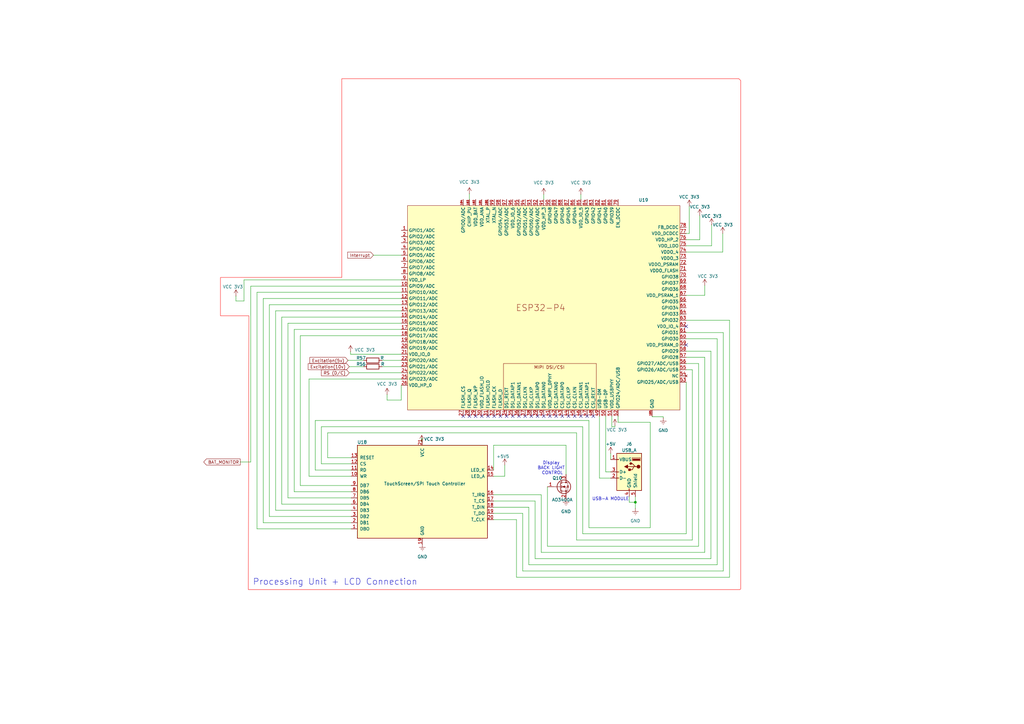
<source format=kicad_sch>
(kicad_sch (version 20250114) (generator "eeschema") (generator_version "9.0")
  (paper "A3")
  (title_block (date "2025-11-28"))
  (lib_symbols
    (symbol "Connector:USB_A" (pin_names (offset 1.016))
      (property "Reference" "J" (at -5.08 11.43 0))
      (property "Value" "USB_A" (at -5.08 8.89 0))
      (symbol "USB_A_0_1"
        (rectangle (start -5.08 -7.62) (end 5.08 7.62) (stroke (width 0.254)) (fill (type background)))
        (circle (center -3.81 2.159) (radius 0.635) (stroke (width 0.254)) (fill (type outline)))
        (polyline (pts (xy -3.175 2.159) (xy -2.54 2.159) (xy -1.27 3.429) (xy -0.635 3.429)) (stroke (width 0.254)))
        (polyline (pts (xy -2.54 2.159) (xy -1.905 2.159) (xy -1.27 0.889) (xy 0 0.889)) (stroke (width 0.254)))
        (rectangle (start -1.524 4.826) (end -4.318 5.334) (fill (type outline)))
        (rectangle (start -1.27 4.572) (end -4.572 5.842))
        (circle (center -0.635 3.429) (radius 0.381) (stroke (width 0.254)) (fill (type outline)))
        (rectangle (start -0.127 -7.62) (end 0.127 -6.858))
        (rectangle (start 0.254 1.27) (end -0.508 0.508) (stroke (width 0.254)) (fill (type outline)))
        (polyline (pts (xy 0.635 2.794) (xy 0.635 1.524) (xy 1.905 2.159) (xy 0.635 2.794)) (stroke (width 0.254)) (fill (type outline)))
        (rectangle (start 5.08 4.953) (end 4.318 5.207))
        (rectangle (start 5.08 -0.127) (end 4.318 0.127))
        (rectangle (start 5.08 -2.667) (end 4.318 -2.413))
      )
      (symbol "USB_A_1_1"
        (polyline (pts (xy -1.905 2.159) (xy 0.635 2.159)) (stroke (width 0.254)))
        (pin passive line (at -2.54 -10.16 90) (length 2.54) (name "Shield") (number "5"))
        (pin power_in line (at 0 -10.16 90) (length 2.54) (name "GND") (number "4"))
        (pin power_in line (at 7.62 5.08 180) (length 2.54) (name "VBUS") (number "1"))
        (pin bidirectional line (at 7.62 0 180) (length 2.54) (name "D+") (number "3"))
        (pin bidirectional line (at 7.62 -2.54 180) (length 2.54) (name "D-") (number "2"))
      )
    )
    (symbol "Device:R" (pin_numbers (hide yes)) (pin_names (offset 0))
      (property "Reference" "R" (at 2.032 0 90))
      (property "Value" "R" (at 0 0 90))
      (symbol "R_0_1"
        (rectangle (start -1.016 -2.54) (end 1.016 2.54) (stroke (width 0.254)))
      )
      (symbol "R_1_1"
        (pin passive line (at 0 3.81 270) (length 1.27) (name "~") (number "1"))
        (pin passive line (at 0 -3.81 90) (length 1.27) (name "~") (number "2"))
      )
    )
    (symbol "Display_Graphic:EA_eDIPTFT32-ATP" (pin_names (offset 1.016))
      (property "Reference" "U5" (at 12.3033 34.798 0))
      (property "Value" "TouchScreen/SPI Touch Controller" (at 12.3033 32.258 0))
      (symbol "EA_eDIPTFT32-ATP_0_1"
        (rectangle (start -15.24 29.21) (end 38.1 -8.89) (stroke (width 0.254)) (fill (type background)))
      )
      (symbol "EA_eDIPTFT32-ATP_1_1"
        (pin input line (at -17.78 25.4 0) (length 2.54) (name "DBO") (number "1"))
        (pin input line (at -17.78 22.86 0) (length 2.54) (name "DB1") (number "2"))
        (pin input line (at -17.78 20.32 0) (length 2.54) (name "DB2") (number "3"))
        (pin input line (at -17.78 17.78 0) (length 2.54) (name "DB3") (number "4"))
        (pin input line (at -17.78 15.24 0) (length 2.54) (name "DB4") (number "6"))
        (pin input line (at -17.78 12.7 0) (length 2.54) (name "DB5") (number "7"))
        (pin input line (at -17.78 10.16 0) (length 2.54) (name "DB6") (number "8"))
        (pin power_in line (at -17.78 7.62 0) (length 2.54) (name "DB7") (number "9"))
        (pin input line (at -17.78 3.81 0) (length 2.54) (name "WR") (number "10"))
        (pin input line (at -17.78 1.27 0) (length 2.54) (name "RD") (number "11"))
        (pin input line (at -17.78 -1.27 0) (length 2.54) (name "CS") (number "12"))
        (pin input line (at -17.78 -3.81 0) (length 2.54) (name "RESET") (number "13"))
        (pin no_connect line (at -12.7 -8.89 0) (length 2.54) (hide yes) (name "NC") (number "4"))
        (pin power_in line (at 11.43 31.75 270) (length 2.54) (name "GND") (number "19"))
        (pin power_in line (at 11.43 -11.43 90) (length 2.54) (name "VCC") (number "21"))
        (pin input line (at 40.64 21.59 180) (length 2.54) (name "T_CLK") (number "20"))
        (pin input line (at 40.64 19.05 180) (length 2.54) (name "T_DO") (number "19"))
        (pin input line (at 40.64 16.51 180) (length 2.54) (name "T_DIN") (number "18"))
        (pin input line (at 40.64 13.97 180) (length 2.54) (name "T_CS") (number "17"))
        (pin input line (at 40.64 11.43 180) (length 2.54) (name "T_IRQ") (number "16"))
        (pin input line (at 40.64 3.81 180) (length 2.54) (name "LED_A") (number "15"))
        (pin output line (at 40.64 1.27 180) (length 2.54) (name "LED_K") (number "14"))
        (pin no_connect line (at 40.64 -8.89 180) (length 2.54) (hide yes) (name "NC") (number "3"))
      )
    )
    (symbol "Espressif:ESP32-P4"
      (property "Reference" "U" (at -54.61 43.688 0))
      (symbol "ESP32-P4_1_0"
        (polyline (pts (xy -4.5252 14.5008) (xy -4.7395 14.2776) (xy -4.9415 14.045) (xy -5.131 13.8036) (xy -5.3078 13.5539) (xy -5.4717 13.2963) (xy -5.6225 13.0315) (xy -5.7599 12.7599) (xy -5.8838 12.482) (xy -5.9939 12.1985) (xy -6.0901 11.9096) (xy -6.172 11.6161) (xy -6.2395 11.3184) (xy -6.2924 11.017) (xy -6.3305 10.7125) (xy -6.3535 10.4053) (xy -6.3612 10.096) (xy -6.3535 9.7867) (xy -6.3305 9.4795) (xy -6.2924 9.175) (xy -6.2395 8.8736) (xy -6.172 8.5759) (xy -6.0901 8.2824) (xy -5.9939 7.9936) (xy -5.8838 7.71) (xy -5.7599 7.4321) (xy -5.6225 7.1605) (xy -5.4717 6.8957) (xy -5.3078 6.6381) (xy -5.131 6.3884) (xy -4.9415 6.147) (xy -4.7395 5.9144) (xy -4.5252 5.6912) (xy -4.302 5.477) (xy -4.0694 5.275) (xy -3.828 5.0855) (xy -3.5783 4.9087) (xy -3.3208 4.7448) (xy -3.0559 4.594) (xy -2.7843 4.4565) (xy -2.5065 4.3326) (xy -2.2229 4.2225) (xy -1.9341 4.1264) (xy -1.6406 4.0444) (xy -1.3428 3.9769) (xy -1.0415 3.924) (xy -0.7369 3.886) (xy -0.4297 3.863) (xy -0.1204 3.8553) (xy 0.1889 3.863) (xy 0.496 3.886) (xy 0.8006 3.924) (xy 1.102 3.9769) (xy 1.3997 4.0444) (xy 1.6932 4.1264) (xy 1.982 4.2225) (xy 2.2656 4.3326) (xy 2.5435 4.4565) (xy 2.8151 4.594) (xy 3.0799 4.7448) (xy 3.3374 4.9087) (xy 3.5871 5.0855) (xy 3.8286 5.275) (xy 4.0611 5.477) (xy 4.2843 5.6912) (xy 4.6426 5.333) (xy 4.398 5.1039) (xy 4.1433 4.8884) (xy 3.8791 4.6866) (xy 3.6061 4.4988) (xy 3.3247 4.3252) (xy 3.0356 4.166) (xy 2.7394 4.0215) (xy 2.4365 3.8919) (xy 2.1276 3.7774) (xy 1.8132 3.6783) (xy 1.4939 3.5947) (xy 1.1704 3.5269) (xy 0.8431 3.4752) (xy 0.5126 3.4397) (xy 0.1795 3.4206) (xy -0.1557 3.4183) (xy -0.5004 3.427) (xy -0.8406 3.4528) (xy -1.1759 3.4953) (xy -1.5058 3.554) (xy -1.83 3.6286) (xy -2.148 3.7187) (xy -2.4594 3.8237) (xy -2.7638 3.9434) (xy -3.0608 4.0772) (xy -3.3499 4.2248) (xy -3.6308 4.3857) (xy -3.9029 4.5595) (xy -4.166 4.7459) (xy -4.4195 4.9443) (xy -4.663 5.1545) (xy -4.8962 5.3758) (xy -5.1186 5.6081) (xy -5.3298 5.8507) (xy -5.5294 6.1033) (xy -5.7169 6.3655) (xy -5.8919 6.6369) (xy -6.0541 6.9171) (xy -6.2029 7.2055) (xy -6.338 7.5019) (xy -6.459 7.8058) (xy -6.5654 8.1168) (xy -6.6568 8.4344) (xy -6.7328 8.7582) (xy -6.793 9.0879) (xy -6.837 9.423) (xy -6.8642 9.7631) (xy -6.8744 10.1077) (xy -6.8671 10.4411) (xy -6.8433 10.7723) (xy -6.8032 11.1006) (xy -6.7471 11.4256) (xy -6.6752 11.7466) (xy -6.5877 12.0632) (xy -6.4848 12.3747) (xy -6.3669 12.6806) (xy -6.234 12.9804) (xy -6.0865 13.2734) (xy -5.9246 13.5592) (xy -5.7485 13.8371) (xy -5.5585 14.1066) (xy -5.3547 14.3671) (xy -5.1374 14.6181) (xy -4.9069 14.8591) (xy -4.5252 14.5008)) (stroke (width -0.0001)) (fill (type color) (color 231 53 44 1)))
        (polyline (pts (xy -3.6305 7.4286) (xy -3.5877 7.4254) (xy -3.5453 7.4201) (xy -3.5033 7.4128) (xy -3.4618 7.4034) (xy -3.4208 7.3921) (xy -3.3806 7.3787) (xy -3.341 7.3635) (xy -3.3022 7.3463) (xy -3.2643 7.3272) (xy -3.2274 7.3063) (xy -3.1914 7.2836) (xy -3.1565 7.2591) (xy -3.1228 7.2328) (xy -3.0902 7.2048) (xy -3.059 7.1751) (xy -3.0293 7.1438) (xy -3.0013 7.1113) (xy -2.975 7.0776) (xy -2.9505 7.0427) (xy -2.9277 7.0067) (xy -2.9068 6.9697) (xy -2.8878 6.9318) (xy -2.8706 6.8931) (xy -2.8553 6.8535) (xy -2.842 6.8132) (xy -2.8306 6.7723) (xy -2.8213 6.7308) (xy -2.8139 6.6888) (xy -2.8087 6.6463) (xy -2.8055 6.6035) (xy -2.8044 6.5604) (xy -2.8069 6.495) (xy -2.8142 6.4305) (xy -2.8261 6.3673) (xy -2.8426 6.3056) (xy -2.8635 6.2455) (xy -2.8886 6.1873) (xy -2.9178 6.1313) (xy -2.9509 6.0775) (xy -2.9879 6.0263) (xy -3.0285 5.9779) (xy -3.0726 5.9324) (xy -3.1201 5.8902) (xy -3.1709 5.8513) (xy -3.2247 5.8161) (xy -3.2814 5.7847) (xy -3.341 5.7574) (xy -3.4024 5.7346) (xy -3.4648 5.7167) (xy -3.5277 5.7035) (xy -3.5911 5.6951) (xy -3.6546 5.6914) (xy -3.7179 5.6923) (xy -3.7809 5.6979) (xy -3.8432 5.7079) (xy -3.9046 5.7225) (xy -3.9649 5.7415) (xy -4.0238 5.7649) (xy -4.081 5.7926) (xy -4.1364 5.8246) (xy -4.1895 5.8608) (xy -4.2402 5.9012) (xy -4.2883 5.9458) (xy -4.3328 5.9938) (xy -4.3732 6.0446) (xy -4.4095 6.0977) (xy -4.4415 6.153) (xy -4.4692 6.2102) (xy -4.4926 6.2691) (xy -4.5116 6.3294) (xy -4.5261 6.3909) (xy -4.5362 6.4532) (xy -4.5417 6.5162) (xy -4.5427 6.5795) (xy -4.539 6.643) (xy -4.5305 6.7063) (xy -4.5174 6.7693) (xy -4.4995 6.8316) (xy -4.4767 6.8931) (xy -4.4635 6.9232) (xy -4.4493 6.9526) (xy -4.4341 6.9814) (xy -4.418 7.0094) (xy -4.4008 7.0367) (xy -4.3827 7.0632) (xy -4.3637 7.089) (xy -4.3439 7.1139) (xy -4.3232 7.1381) (xy -4.3016 7.1614) (xy -4.2793 7.1839) (xy -4.2562 7.2056) (xy -4.2323 7.2263) (xy -4.2077 7.2462) (xy -4.1825 7.2651) (xy -4.1565 7.2832) (xy -4.13 7.3002) (xy -4.1028 7.3163) (xy -4.0751 7.3314) (xy -4.0467 7.3455) (xy -4.0179 7.3586) (xy -3.9886 7.3706) (xy -3.9588 7.3816) (xy -3.9285 7.3915) (xy -3.8978 7.4003) (xy -3.8668 7.408) (xy -3.8353 7.4145) (xy -3.8036 7.4199) (xy -3.7715 7.4241) (xy -3.7391 7.4272) (xy -3.7065 7.429) (xy -3.6736 7.4296) (xy -3.6305 7.4286)) (stroke (width -0.0001)) (fill (type color) (color 231 53 44 1)))
        (polyline (pts (xy -3.618 12.6264) (xy -3.5535 12.6242) (xy -3.4891 12.6206) (xy -3.4247 12.6154) (xy -3.3605 12.6088) (xy -3.2964 12.6008) (xy -3.2324 12.5913) (xy -3.1686 12.5803) (xy -2.8758 12.5285) (xy -2.5881 12.464) (xy -2.3057 12.3871) (xy -2.0291 12.2981) (xy -1.7583 12.1973) (xy -1.4937 12.0851) (xy -1.2356 11.9618) (xy -0.9842 11.8278) (xy -0.7399 11.6832) (xy -0.5028 11.5285) (xy -0.2734 11.3639) (xy -0.0517 11.1898) (xy 0.1618 11.0066) (xy 0.3669 10.8144) (xy 0.5634 10.6137) (xy 0.7509 10.4048) (xy 0.9292 10.1879) (xy 1.098 9.9635) (xy 1.257 9.7317) (xy 1.4061 9.493) (xy 1.5447 9.2477) (xy 1.6728 8.996) (xy 1.7901 8.7384) (xy 1.8962 8.475) (xy 1.9909 8.2063) (xy 2.0739 7.9326) (xy 2.1449 7.6541) (xy 2.2037 7.3713) (xy 2.25 7.0843) (xy 2.2835 6.7936) (xy 2.3039 6.4995) (xy 2.311 6.2022) (xy 2.3098 6.0507) (xy 2.305 5.8994) (xy 2.2965 5.7483) (xy 2.2844 5.5975) (xy 2.2686 5.447) (xy 2.2492 5.2969) (xy 2.2261 5.1473) (xy 2.1994 4.9982) (xy 2.0925 4.9484) (xy 1.9845 4.9008) (xy 1.8757 4.8555) (xy 1.7659 4.8125) (xy 1.6553 4.7718) (xy 1.5438 4.7333) (xy 1.4315 4.6972) (xy 1.3185 4.6634) (xy 0.2965 4.9512) (xy 0.3243 5.0485) (xy 0.3496 5.1464) (xy 0.3725 5.2448) (xy 0.3928 5.3438) (xy 0.4107 5.4433) (xy 0.4261 5.5432) (xy 0.4389 5.6435) (xy 0.4492 5.7441) (xy 0.4666 5.9799) (xy 0.4719 6.2138) (xy 0.4656 6.4456) (xy 0.4477 6.6747) (xy 0.4187 6.901) (xy 0.3788 7.1242) (xy 0.3281 7.3438) (xy 0.267 7.5597) (xy 0.1958 7.7714) (xy 0.1146 7.9787) (xy 0.0237 8.1813) (xy -0.0765 8.3788) (xy -0.1859 8.5709) (xy -0.3042 8.7574) (xy -0.4311 8.9378) (xy -0.5665 9.112) (xy -0.7099 9.2795) (xy -0.8612 9.4401) (xy -1.0201 9.5934) (xy -1.1864 9.7391) (xy -1.3597 9.877) (xy -1.5399 10.0067) (xy -1.7267 10.1278) (xy -1.9199 10.2401) (xy -2.1191 10.3433) (xy -2.3241 10.437) (xy -2.5346 10.521) (xy -2.7505 10.5948) (xy -2.9714 10.6583) (xy -3.1971 10.7111) (xy -3.4274 10.7528) (xy -3.6619 10.7831) (xy -3.6793 10.7845) (xy -3.6967 10.7851) (xy -3.714 10.7847) (xy -3.7313 10.7835) (xy -3.7484 10.7814) (xy -3.7653 10.7785) (xy -3.7821 10.7748) (xy -3.7987 10.7702) (xy -3.815 10.7648) (xy -3.831 10.7586) (xy -3.8467 10.7516) (xy -3.8621 10.7438) (xy -3.8771 10.7353) (xy -3.8917 10.726) (xy -3.9059 10.7159) (xy -3.9196 10.7051) (xy -3.9328 10.6936) (xy -3.9453 10.6815) (xy -3.9571 10.6688) (xy -3.9683 10.6556) (xy -3.9788 10.6419) (xy -3.9885 10.6278) (xy -3.9975 10.6131) (xy -4.0058 10.5981) (xy -4.0133 10.5826) (xy -4.0201 10.5668) (xy -4.0261 10.5507) (xy -4.0312 10.5343) (xy -4.0356 10.5175) (xy -4.0391 10.5006) (xy -4.0418 10.4834) (xy -4.0436 10.466) (xy -4.0442 10.4485) (xy -4.044 10.4311) (xy -4.0429 10.414) (xy -4.041 10.397) (xy -4.0383 10.3803) (xy -4.0349 10.3638) (xy -4.0307 10.3475) (xy -4.0258 10.3316) (xy -4.0201 10.3159) (xy -4.0137 10.3006) (xy -4.0067 10.2857) (xy -3.999 10.2711) (xy -3.9907 10.2569) (xy -3.9817 10.2431) (xy -3.9721 10.2298) (xy -3.9619 10.2169) (xy -3.9511 10.2045) (xy -3.9398 10.1925) (xy -3.9279 10.1812) (xy -3.9156 10.1703) (xy -3.9027 10.16) (xy -3.8893 10.1503) (xy -3.8754 10.1412) (xy -3.8611 10.1328) (xy -3.8463 10.1249) (xy -3.8312 10.1178) (xy -3.8156 10.1113) (xy -3.7997 10.1056) (xy -3.7833 10.1006) (xy -3.7667 10.0963) (xy -3.7497 10.0928) (xy -3.7324 10.0901) (xy -3.5982 10.0737) (xy -3.4649 10.0526) (xy -3.3328 10.0268) (xy -3.2018 9.9964) (xy -3.0721 9.9615) (xy -2.9438 9.9222) (xy -2.8171 9.8783) (xy -2.6921 9.8301) (xy -2.5688 9.7775) (xy -2.4474 9.7206) (xy -2.3279 9.6594) (xy -2.2106 9.5941) (xy -2.0956 9.5245) (xy -1.9828 9.4509) (xy -1.8726 9.3732) (xy -1.7649 9.2914) (xy -1.5689 9.133) (xy -1.3849 8.9636) (xy -1.2132 8.7839) (xy -1.054 8.5945) (xy -0.9076 8.3962) (xy -0.7744 8.1897) (xy -0.6546 7.9756) (xy -0.5486 7.7546) (xy -0.4567 7.5274) (xy -0.3791 7.2946) (xy -0.3162 7.057) (xy -0.2682 6.8153) (xy -0.2355 6.5701) (xy -0.2184 6.3221) (xy -0.2171 6.072) (xy -0.232 5.8204) (xy -0.2379 5.8498) (xy -0.2474 5.7618) (xy -0.259 5.6741) (xy -0.2725 5.5868) (xy -0.2881 5.4998) (xy -0.3056 5.4133) (xy -0.325 5.3272) (xy -0.3464 5.2417) (xy -0.3698 5.1566) (xy -0.3951 5.0721) (xy -0.4223 4.9882) (xy -0.4514 4.9049) (xy -0.4825 4.8223) (xy -0.5154 4.7404) (xy -0.5502 4.6591) (xy -0.5869 4.5787) (xy -0.6255 4.499) (xy -0.7594 4.5091) (xy -0.8929 4.5226) (xy -1.026 4.5396) (xy -1.1586 4.56) (xy -1.2906 4.5837) (xy -1.422 4.6108) (xy -1.5527 4.6413) (xy -1.6827 4.6752) (xy -2.3874 5.1275) (xy -2.3483 5.1901) (xy -2.3116 5.2539) (xy -2.2773 5.3189) (xy -2.2455 5.3849) (xy -2.216 5.452) (xy -2.189 5.52) (xy -2.1645 5.5889) (xy -2.1425 5.6587) (xy -2.123 5.7291) (xy -2.106 5.8003) (xy -2.0916 5.872) (xy -2.0797 5.9443) (xy -2.0705 6.017) (xy -2.0639 6.0902) (xy -2.0599 6.1637) (xy -2.0585 6.2374) (xy -2.0607 6.3312) (xy -2.0669 6.424) (xy -2.0773 6.5157) (xy -2.0916 6.6063) (xy -2.1099 6.6956) (xy -2.1319 6.7836) (xy -2.1577 6.8701) (xy -2.1872 6.9551) (xy -2.2203 7.0384) (xy -2.2568 7.1199) (xy -2.2967 7.1996) (xy -2.34 7.2774) (xy -2.3865 7.3531) (xy -2.4362 7.4267) (xy -2.4889 7.498) (xy -2.5446 7.5669) (xy -2.6032 7.6334) (xy -2.6646 7.6974) (xy -2.7288 7.7587) (xy -2.7956 7.8172) (xy -2.865 7.873) (xy -2.9368 7.9257) (xy -3.0111 7.9754) (xy -3.0877 8.022) (xy -3.1665 8.0654) (xy -3.2474 8.1053) (xy -3.3304 8.1419) (xy -3.4154 8.1749) (xy -3.5023 8.2043) (xy -3.591 8.2299) (xy -3.6814 8.2516) (xy -3.7735 8.2695) (xy -3.8431 8.2786) (xy -3.9125 8.2887) (xy -3.9818 8.2998) (xy -4.0509 8.3118) (xy -4.1198 8.3248) (xy -4.1886 8.3387) (xy -4.2572 8.3535) (xy -4.3255 8.3693) (xy -4.4547 8.416) (xy -4.5798 8.4702) (xy -4.7006 8.5317) (xy -4.8168 8.6002) (xy -4.9283 8.6755) (xy -5.0346 8.7572) (xy -5.1356 8.845) (xy -5.231 8.9388) (xy -5.3205 9.0382) (xy -5.4038 9.143) (xy -5.4808 9.2528) (xy -5.551 9.3675) (xy -5.6144 9.4866) (xy -5.6705 9.61) (xy -5.7192 9.7374) (xy -5.7601 9.8685) (xy -5.7927 10.0018) (xy -5.8169 10.136) (xy -5.8326 10.2706) (xy -5.8399 10.4054) (xy -5.839 10.5398) (xy -5.8299 10.6736) (xy -5.8126 10.8064) (xy -5.7874 10.9378) (xy -5.7541 11.0673) (xy -5.7131 11.1948) (xy -5.6642 11.3197) (xy -5.6077 11.4417) (xy -5.5436 11.5604) (xy -5.4719 11.6755) (xy -5.3928 11.7865) (xy -5.3063 11.8932) (xy -5.2502 11.9547) (xy -5.192 12.014) (xy -5.1318 12.071) (xy -5.0696 12.1256) (xy -5.0055 12.1778) (xy -4.9396 12.2275) (xy -4.8719 12.2748) (xy -4.8026 12.3195) (xy -4.7316 12.3616) (xy -4.6592 12.4011) (xy -4.5852 12.4379) (xy -4.5099 12.472) (xy -4.4333 12.5033) (xy -4.3555 12.5319) (xy -4.2765 12.5575) (xy -4.1963 12.5803) (xy -4.1325 12.5913) (xy -4.0686 12.6008) (xy -4.0044 12.6088) (xy -3.9402 12.6154) (xy -3.8758 12.6206) (xy -3.8114 12.6242) (xy -3.7469 12.6264) (xy -3.6824 12.6271) (xy -3.618 12.6264)) (stroke (width -0.0001)) (fill (type color) (color 231 53 44 1)))
        (polyline (pts (xy -2.4888 15.0391) (xy -2.1257 14.9638) (xy -1.7681 14.8742) (xy -1.4164 14.7707) (xy -1.071 14.6535) (xy -0.732 14.523) (xy -0.3999 14.3795) (xy -0.075 14.2232) (xy 0.2426 14.0546) (xy 0.5523 13.8739) (xy 0.854 13.6814) (xy 1.1474 13.4774) (xy 1.7076 13.0362) (xy 2.2307 12.5528) (xy 2.714 12.0298) (xy 3.1552 11.4695) (xy 3.3592 11.1762) (xy 3.5517 10.8745) (xy 3.7324 10.5647) (xy 3.9011 10.2472) (xy 4.0573 9.9222) (xy 4.2008 9.5901) (xy 4.3313 9.2512) (xy 4.4485 8.9057) (xy 4.552 8.554) (xy 4.6416 8.1965) (xy 4.7169 7.8333) (xy 4.7777 7.4649) (xy 4.682 7.2953) (xy 4.581 7.1291) (xy 4.4747 6.9663) (xy 4.3632 6.807) (xy 4.2466 6.6514) (xy 4.1251 6.4997) (xy 3.9986 6.3518) (xy 3.8674 6.208) (xy 3.0275 6.208) (xy 3.0176 6.5755) (xy 2.9895 6.9381) (xy 2.9436 7.2955) (xy 2.8803 7.6471) (xy 2.8001 7.9925) (xy 2.7035 8.3313) (xy 2.5908 8.6631) (xy 2.4626 8.9873) (xy 2.3193 9.3035) (xy 2.1612 9.6113) (xy 1.989 9.9103) (xy 1.803 10.2) (xy 1.6037 10.4799) (xy 1.3915 10.7496) (xy 1.1669 11.0086) (xy 0.9303 11.2566) (xy 0.6821 11.493) (xy 0.4229 11.7174) (xy 0.153 11.9294) (xy -0.1271 12.1285) (xy -0.4169 12.3142) (xy -0.716 12.4862) (xy -1.0239 12.644) (xy -1.3403 12.787) (xy -1.6646 12.915) (xy -1.9964 13.0274) (xy -2.3353 13.1237) (xy -2.6808 13.2036) (xy -3.0325 13.2666) (xy -3.3899 13.3123) (xy -3.7525 13.3401) (xy -4.12 13.3497) (xy -4.12 14.1895) (xy -3.9763 14.3219) (xy -3.8282 14.4491) (xy -3.676 14.5711) (xy -3.5198 14.6879) (xy -3.3596 14.7992) (xy -3.1958 14.9051) (xy -3.0283 15.0053) (xy -2.8573 15.0998) (xy -2.4888 15.0391)) (stroke (width -0.0001)) (fill (type color) (color 231 53 44 1)))
        (polyline (pts (xy 0.0716 15.7459) (xy 0.3596 15.7254) (xy 0.6435 15.6907) (xy 0.9229 15.6421) (xy 1.1975 15.58) (xy 1.4668 15.5048) (xy 1.7305 15.4167) (xy 1.9883 15.3162) (xy 2.2398 15.2037) (xy 2.4847 15.0794) (xy 2.7225 14.9437) (xy 2.953 14.797) (xy 3.1757 14.6397) (xy 3.3903 14.4721) (xy 3.5964 14.2945) (xy 3.7938 14.1074) (xy 3.9819 13.911) (xy 4.1606 13.7058) (xy 4.3293 13.492) (xy 4.4878 13.2701) (xy 4.6357 13.0404) (xy 4.7726 12.8033) (xy 4.8981 12.5591) (xy 5.012 12.3082) (xy 5.1138 12.0509) (xy 5.2032 11.7876) (xy 5.2799 11.5187) (xy 5.3434 11.2445) (xy 5.3934 10.9653) (xy 5.4296 10.6816) (xy 5.4516 10.3937) (xy 5.459 10.1019) (xy 5.4548 9.9773) (xy 5.4517 9.9103) (xy 5.4473 9.8524) (xy 5.4417 9.8005) (xy 5.4349 9.7519) (xy 5.4268 9.7037) (xy 5.4173 9.6529) (xy 5.3943 9.5322) (xy 5.0185 9.3971) (xy 4.8209 9.9121) (xy 4.5958 10.4122) (xy 4.3441 10.8965) (xy 4.0667 11.3641) (xy 3.7645 11.8142) (xy 3.4385 12.2458) (xy 3.0894 12.658) (xy 2.7183 13.0499) (xy 2.326 13.4207) (xy 1.9135 13.7693) (xy 1.4815 14.0949) (xy 1.0312 14.3967) (xy 0.5632 14.6736) (xy 0.0787 14.9248) (xy -0.4216 15.1494) (xy -0.9368 15.3465) (xy -0.8076 15.7224) (xy -0.7349 15.7321) (xy -0.6621 15.7394) (xy -0.5892 15.7446) (xy -0.5161 15.7481) (xy -0.4428 15.7502) (xy -0.369 15.7513) (xy -0.2203 15.7517) (xy 0.0716 15.7459)) (stroke (width -0.0001)) (fill (type color) (color 231 53 44 1)))
        (pin bidirectional line (at -57.15 8.89 0) (length 2.54) (name "GPIO9/ADC") (number "10"))
        (pin bidirectional line (at -57.15 6.35 0) (length 2.54) (name "GPIO10/ADC") (number "11"))
        (pin bidirectional line (at -57.15 3.81 0) (length 2.54) (name "GPIO11/ADC") (number "12"))
        (pin bidirectional line (at -57.15 1.27 0) (length 2.54) (name "GPIO12/ADC") (number "13"))
        (pin bidirectional line (at -57.15 -1.27 0) (length 2.54) (name "GPIO13/ADC") (number "14"))
        (pin bidirectional line (at -57.15 -3.81 0) (length 2.54) (name "GPIO14/ADC") (number "15"))
        (pin bidirectional line (at -57.15 -6.35 0) (length 2.54) (name "GPIO15/ADC") (number "16"))
        (pin bidirectional line (at -57.15 -8.89 0) (length 2.54) (name "GPIO16/ADC") (number "17"))
        (pin bidirectional line (at -57.15 -11.43 0) (length 2.54) (name "GPIO17/ADC") (number "18"))
        (pin bidirectional line (at -57.15 -13.97 0) (length 2.54) (name "GPIO18/ADC") (number "19"))
        (pin bidirectional line (at -57.15 -16.51 0) (length 2.54) (name "GPIO19/ADC") (number "20"))
        (pin power_in line (at -57.15 -19.05 0) (length 2.54) (name "VDD_IO_0") (number "21"))
        (pin bidirectional line (at -57.15 -21.59 0) (length 2.54) (name "GPIO20/ADC") (number "22"))
        (pin bidirectional line (at -57.15 -24.13 0) (length 2.54) (name "GPIO21/ADC") (number "23"))
        (pin bidirectional line (at -57.15 -26.67 0) (length 2.54) (name "GPIO22/ADC") (number "24"))
        (pin bidirectional line (at -57.15 -29.21 0) (length 2.54) (name "GPIO23/ADC") (number "25"))
        (pin power_in line (at -57.15 -31.75 0) (length 2.54) (name "VDD_HP_0") (number "26"))
        (pin bidirectional line (at -31.75 44.45 270) (length 2.54) (name "GPIO0/ADC") (number "104"))
        (pin bidirectional line (at -31.75 -44.45 90) (length 2.54) (name "FLASH_CS") (number "27"))
        (pin input line (at -29.21 44.45 270) (length 2.54) (name "CHIP_PU") (number "103"))
        (pin bidirectional line (at -29.21 -44.45 90) (length 2.54) (name "FLASH_Q") (number "28"))
        (pin bidirectional line (at -26.67 44.45 270) (length 2.54) (name "VDD_BAT") (number "102"))
        (pin bidirectional line (at -26.67 -44.45 90) (length 2.54) (name "FLASH_WP") (number "29"))
        (pin bidirectional line (at -24.13 44.45 270) (length 2.54) (name "VDD_ANA") (number "101"))
        (pin power_in line (at -24.13 -44.45 90) (length 2.54) (name "VDD_FLASH_IO") (number "30"))
        (pin bidirectional line (at -21.59 44.45 270) (length 2.54) (name "XTAL_P") (number "100"))
        (pin bidirectional line (at -21.59 -44.45 90) (length 2.54) (name "FLASH_HOLD") (number "31"))
        (pin bidirectional line (at -19.05 44.45 270) (length 2.54) (name "XTAL_N") (number "99"))
        (pin bidirectional line (at -19.05 -44.45 90) (length 2.54) (name "FLASH_CK") (number "32"))
        (pin bidirectional line (at -16.51 44.45 270) (length 2.54) (name "GPIO54/ADC") (number "98"))
        (pin bidirectional line (at -16.51 -44.45 90) (length 2.54) (name "FLASH_D") (number "33"))
        (pin bidirectional line (at -13.97 44.45 270) (length 2.54) (name "GPIO53/ADC") (number "97"))
        (pin bidirectional line (at -13.97 -44.45 90) (length 2.54) (name "DSI_REXT") (number "34"))
        (pin power_in line (at -11.43 44.45 270) (length 2.54) (name "VDD_IO_6") (number "96"))
        (pin bidirectional line (at -11.43 -44.45 90) (length 2.54) (name "DSI_DATAP1") (number "35"))
        (pin bidirectional line (at -8.89 44.45 270) (length 2.54) (name "GPIO52/ADC") (number "95"))
        (pin bidirectional line (at -8.89 -44.45 90) (length 2.54) (name "DSI_DATAN1") (number "36"))
        (pin bidirectional line (at -6.35 44.45 270) (length 2.54) (name "GPIO51/ADC") (number "94"))
        (pin bidirectional line (at -6.35 -44.45 90) (length 2.54) (name "DSI_CLKN") (number "37"))
        (pin bidirectional line (at -3.81 44.45 270) (length 2.54) (name "GPIO50/ADC") (number "93"))
        (pin bidirectional line (at -3.81 -44.45 90) (length 2.54) (name "DSI_CLKP") (number "38"))
        (pin bidirectional line (at -1.27 44.45 270) (length 2.54) (name "GPIO49/ADC") (number "92"))
        (pin bidirectional line (at -1.27 -44.45 90) (length 2.54) (name "DSI_DATAP0") (number "39"))
        (pin power_in line (at 1.27 44.45 270) (length 2.54) (name "VDD_HP_3") (number "91"))
        (pin bidirectional line (at 1.27 -44.45 90) (length 2.54) (name "DSI_DATAN0") (number "40"))
        (pin bidirectional line (at 3.81 44.45 270) (length 2.54) (name "GPIO48") (number "90"))
        (pin power_in line (at 3.81 -44.45 90) (length 2.54) (name "VDD_MIPI_DPHY") (number "41"))
        (pin bidirectional line (at 6.35 44.45 270) (length 2.54) (name "GPIO47") (number "89"))
        (pin bidirectional line (at 6.35 -44.45 90) (length 2.54) (name "CSI_DATAN0") (number "42"))
        (pin bidirectional line (at 8.89 44.45 270) (length 2.54) (name "GPIO46") (number "88"))
        (pin bidirectional line (at 8.89 -44.45 90) (length 2.54) (name "CSI_DATAP0") (number "43"))
        (pin bidirectional line (at 11.43 44.45 270) (length 2.54) (name "GPIO45") (number "87"))
        (pin bidirectional line (at 11.43 -44.45 90) (length 2.54) (name "CSI_CLKP") (number "44"))
        (pin bidirectional line (at 13.97 44.45 270) (length 2.54) (name "GPIO44") (number "86"))
        (pin bidirectional line (at 13.97 -44.45 90) (length 2.54) (name "CSI_CLKN") (number "45"))
        (pin power_in line (at 16.51 44.45 270) (length 2.54) (name "VDD_IO_5") (number "85"))
        (pin bidirectional line (at 16.51 -44.45 90) (length 2.54) (name "CSI_DATAN1") (number "46"))
        (pin bidirectional line (at 19.05 44.45 270) (length 2.54) (name "GPIO43") (number "84"))
        (pin bidirectional line (at 19.05 -44.45 90) (length 2.54) (name "CSI_DATAP1") (number "47"))
        (pin bidirectional line (at 21.59 44.45 270) (length 2.54) (name "GPIO42") (number "83"))
        (pin bidirectional line (at 21.59 -44.45 90) (length 2.54) (name "CSI_REXT") (number "48"))
        (pin bidirectional line (at 24.13 44.45 270) (length 2.54) (name "GPIO41") (number "82"))
        (pin bidirectional line (at 24.13 -44.45 90) (length 2.54) (name "USB-DM") (number "49"))
        (pin bidirectional line (at 26.67 44.45 270) (length 2.54) (name "GPIO40") (number "81"))
        (pin bidirectional line (at 26.67 -44.45 90) (length 2.54) (name "USB-DP") (number "50"))
        (pin bidirectional line (at 29.21 44.45 270) (length 2.54) (name "GPIO39") (number "80"))
        (pin power_in line (at 29.21 -44.45 90) (length 2.54) (name "VDD_USBPHY") (number "51"))
        (pin output line (at 31.75 44.45 270) (length 2.54) (name "EN_DCDC") (number "79"))
        (pin bidirectional line (at 31.75 -44.45 90) (length 2.54) (name "GPIO24/ADC/USB") (number "52"))
        (pin power_in line (at 45.72 -44.45 90) (length 2.54) (name "GND") (number "105"))
        (pin bidirectional line (at 59.69 33.02 180) (length 2.54) (name "FB_DCDC") (number "78"))
        (pin power_in line (at 59.69 30.48 180) (length 2.54) (name "VDD_DCDCC") (number "77"))
        (pin power_in line (at 59.69 27.94 180) (length 2.54) (name "VDD_HP_2") (number "76"))
        (pin power_in line (at 59.69 25.4 180) (length 2.54) (name "VDD_LDO") (number "75"))
        (pin power_in line (at 59.69 22.86 180) (length 2.54) (name "VDDO_4") (number "74"))
        (pin power_in line (at 59.69 20.32 180) (length 2.54) (name "VDDO_3") (number "73"))
        (pin power_in line (at 59.69 17.78 180) (length 2.54) (name "VDDO_PSRAM") (number "72"))
        (pin power_in line (at 59.69 15.24 180) (length 2.54) (name "VDDO_FLASH") (number "71"))
        (pin bidirectional line (at 59.69 12.7 180) (length 2.54) (name "GPIO38") (number "70"))
        (pin bidirectional line (at 59.69 10.16 180) (length 2.54) (name "GPIO37") (number "69"))
        (pin bidirectional line (at 59.69 7.62 180) (length 2.54) (name "GPIO36") (number "68"))
        (pin power_in line (at 59.69 5.08 180) (length 2.54) (name "VDD_PSRAM_1") (number "67"))
        (pin bidirectional line (at 59.69 2.54 180) (length 2.54) (name "GPIO35") (number "66"))
        (pin bidirectional line (at 59.69 0 180) (length 2.54) (name "GPIO34") (number "65"))
        (pin bidirectional line (at 59.69 -2.54 180) (length 2.54) (name "GPIO33") (number "64"))
        (pin bidirectional line (at 59.69 -5.08 180) (length 2.54) (name "GPIO32") (number "63"))
        (pin power_in line (at 59.69 -7.62 180) (length 2.54) (name "VDD_IO_4") (number "62"))
        (pin bidirectional line (at 59.69 -10.16 180) (length 2.54) (name "GPIO31") (number "61"))
        (pin bidirectional line (at 59.69 -12.7 180) (length 2.54) (name "GPIO30") (number "60"))
        (pin power_in line (at 59.69 -15.24 180) (length 2.54) (name "VDD_PSRAM_0") (number "59"))
        (pin bidirectional line (at 59.69 -17.78 180) (length 2.54) (name "GPIO29") (number "58"))
        (pin bidirectional line (at 59.69 -20.32 180) (length 2.54) (name "GPIO28") (number "57"))
        (pin bidirectional line (at 59.69 -22.86 180) (length 2.54) (name "GPIO27/ADC/USB") (number "56"))
        (pin bidirectional line (at 59.69 -25.4 180) (length 2.54) (name "GPIO26/ADC/USB") (number "55"))
        (pin no_connect line (at 59.69 -27.94 180) (length 2.54) (name "NC") (number "54"))
        (pin bidirectional line (at 59.69 -30.48 180) (length 2.54) (name "GPIO25/ADC/USB") (number "53"))
      )
      (symbol "ESP32-P4_1_1"
        (rectangle (start -54.61 41.91) (end 57.15 -41.91) (fill (type background)))
        (rectangle (start -15.24 -22.86) (end 22.86 -41.91))
        (text "ESP32-P4" (at 0 0 0) (effects (font (size 2.54 2.54))))
        (text "MIPI DSI/CSI" (at 3.556 -24.384 0) (effects (font (size 1.27 1.27))))
        (pin bidirectional line (at -57.15 31.75 0) (length 2.54) (name "GPIO1/ADC") (number "1"))
        (pin bidirectional line (at -57.15 29.21 0) (length 2.54) (name "GPIO2/ADC") (number "2"))
        (pin bidirectional line (at -57.15 26.67 0) (length 2.54) (name "GPIO3/ADC") (number "3"))
        (pin bidirectional line (at -57.15 24.13 0) (length 2.54) (name "GPIO4/ADC") (number "4"))
        (pin bidirectional line (at -57.15 21.59 0) (length 2.54) (name "GPIO5/ADC") (number "5"))
        (pin bidirectional line (at -57.15 19.05 0) (length 2.54) (name "GPIO6/ADC") (number "6"))
        (pin bidirectional line (at -57.15 16.51 0) (length 2.54) (name "GPIO7/ADC") (number "7"))
        (pin bidirectional line (at -57.15 13.97 0) (length 2.54) (name "GPIO8/ADC") (number "8"))
        (pin power_in line (at -57.15 11.43 0) (length 2.54) (name "VDD_LP") (number "9"))
      )
    )
    (symbol "Transistor_FET:AO3400A" (pin_names (offset 0) (hide yes))
      (property "Reference" "Q" (at 5.08 1.905 0))
      (property "Value" "AO3400A" (at 5.08 0 0))
      (symbol "AO3400A_0_1"
        (polyline (pts (xy 0.254 1.905) (xy 0.254 -1.905)) (stroke (width 0.254)))
        (polyline (pts (xy 0.254 0) (xy -2.54 0)))
        (polyline (pts (xy 0.762 2.286) (xy 0.762 1.27)) (stroke (width 0.254)))
        (polyline (pts (xy 0.762 0.508) (xy 0.762 -0.508)) (stroke (width 0.254)))
        (polyline (pts (xy 0.762 -1.27) (xy 0.762 -2.286)) (stroke (width 0.254)))
        (polyline (pts (xy 0.762 -1.778) (xy 3.302 -1.778) (xy 3.302 1.778) (xy 0.762 1.778)))
        (polyline (pts (xy 1.016 0) (xy 2.032 0.381) (xy 2.032 -0.381) (xy 1.016 0)) (fill (type outline)))
        (circle (center 1.651 0) (radius 2.794) (stroke (width 0.254)))
        (polyline (pts (xy 2.54 2.54) (xy 2.54 1.778)))
        (circle (center 2.54 1.778) (radius 0.254) (fill (type outline)))
        (circle (center 2.54 -1.778) (radius 0.254) (fill (type outline)))
        (polyline (pts (xy 2.54 -2.54) (xy 2.54 0) (xy 0.762 0)))
        (polyline (pts (xy 2.921 0.381) (xy 3.683 0.381)))
        (polyline (pts (xy 3.302 0.381) (xy 2.921 -0.254) (xy 3.683 -0.254) (xy 3.302 0.381)))
      )
      (symbol "AO3400A_1_1"
        (pin input line (at -5.08 0 0) (length 2.54) (name "G") (number "1"))
        (pin passive line (at 2.54 5.08 270) (length 2.54) (name "D") (number "3"))
        (pin passive line (at 2.54 -5.08 90) (length 2.54) (name "S") (number "2"))
      )
    )
    (symbol "power:+5V" (power) (pin_numbers (hide yes)) (pin_names (offset 0) (hide yes))
      (property "Value" "+5V" (at 0 3.556 0))
      (symbol "+5V_0_1"
        (polyline (pts (xy -0.762 1.27) (xy 0 2.54)))
        (polyline (pts (xy 0 2.54) (xy 0.762 1.27)))
        (polyline (pts (xy 0 0) (xy 0 2.54)))
      )
      (symbol "+5V_1_1"
        (pin power_in line (at 0 0 90) (length 0) (name "~") (number "1"))
      )
    )
    (symbol "power:GNDREF" (power) (pin_numbers (hide yes)) (pin_names (offset 0) (hide yes))
      (property "Value" "GNDREF" (at 0 -3.81 0))
      (symbol "GNDREF_0_1"
        (polyline (pts (xy -0.635 -1.905) (xy 0.635 -1.905)))
        (polyline (pts (xy -0.127 -2.54) (xy 0.127 -2.54)))
        (polyline (pts (xy 0 -1.27) (xy 0 0)))
        (polyline (pts (xy 1.27 -1.27) (xy -1.27 -1.27)))
      )
      (symbol "GNDREF_1_1"
        (pin power_in line (at 0 0 270) (length 0) (name "~") (number "1"))
      )
    )
    (symbol "power:VCC" (power) (pin_numbers (hide yes)) (pin_names (offset 0) (hide yes))
      (property "Value" "VCC" (at 0 3.556 0))
      (symbol "VCC_0_1"
        (polyline (pts (xy -0.762 1.27) (xy 0 2.54)))
        (polyline (pts (xy 0 2.54) (xy 0.762 1.27)))
        (polyline (pts (xy 0 0) (xy 0 2.54)))
      )
      (symbol "VCC_1_1"
        (pin power_in line (at 0 0 90) (length 0) (name "~") (number "1"))
      )
    )
  )
  (text "Display \nBACK LIGHT \nCONTROL\n" (at 226.568 192.024 0) (effects (font (size 1.27 1.27))))
  (text "USB-A MODULE\n" (at 250.444 204.724 0) (effects (font (size 1.27 1.27))))
  (text "Processing Unit + LCD Connection \n" (at 138.43 238.76 0) (effects (font (size 2.54 2.54))))
  (junction (at 260.604 205.994))
  (no_connect (at 202.692 170.688))
  (no_connect (at 228.092 170.688))
  (no_connect (at 207.772 170.688))
  (no_connect (at 230.632 170.688))
  (no_connect (at 217.932 170.688))
  (no_connect (at 197.612 170.688))
  (no_connect (at 212.852 170.688))
  (no_connect (at 215.392 170.688))
  (no_connect (at 238.252 170.688))
  (no_connect (at 240.792 170.688))
  (no_connect (at 205.232 170.688))
  (no_connect (at 235.712 170.688))
  (no_connect (at 220.472 170.688))
  (no_connect (at 210.312 170.688))
  (no_connect (at 281.432 141.478))
  (no_connect (at 200.152 170.688))
  (no_connect (at 195.072 170.688))
  (no_connect (at 189.992 170.688))
  (no_connect (at 225.552 170.688))
  (no_connect (at 233.172 170.688))
  (no_connect (at 223.012 170.688))
  (no_connect (at 281.432 133.858))
  (no_connect (at 243.332 170.688))
  (no_connect (at 192.532 170.688))
  (wire (pts (xy 144.018 187.706) (xy 134.366 187.706)))
  (wire (pts (xy 258.064 205.994) (xy 258.064 203.708)))
  (wire (pts (xy 219.456 205.486) (xy 219.456 229.108)))
  (wire (pts (xy 202.438 182.626) (xy 232.156 182.626)))
  (wire (pts (xy 202.438 182.626) (xy 202.438 192.786)))
  (wire (pts (xy 299.212 131.318) (xy 299.212 236.728)))
  (wire (pts (xy 202.438 208.026) (xy 216.916 208.026)))
  (wire (pts (xy 281.432 131.318) (xy 299.212 131.318)))
  (wire (pts (xy 143.256 150.368) (xy 149.098 150.368)))
  (wire (pts (xy 115.57 130.048) (xy 115.57 206.756)))
  (wire (pts (xy 102.87 189.484) (xy 102.87 117.348)))
  (wire (pts (xy 224.536 224.028) (xy 286.512 224.028)))
  (wire (pts (xy 131.826 175.006) (xy 239.014 175.006)))
  (wire (pts (xy 211.836 236.728) (xy 299.212 236.728)))
  (wire (pts (xy 241.554 216.408) (xy 266.7 216.408)))
  (wire (pts (xy 144.018 216.916) (xy 105.41 216.916)))
  (wire (pts (xy 281.432 136.398) (xy 296.672 136.398)))
  (wire (pts (xy 289.052 117.094) (xy 289.052 121.158)))
  (wire (pts (xy 149.098 147.828) (xy 142.748 147.828)))
  (wire (pts (xy 214.376 234.188) (xy 296.672 234.188)))
  (wire (pts (xy 211.836 213.106) (xy 211.836 236.728)))
  (wire (pts (xy 252.222 174.498) (xy 252.222 175.006)))
  (wire (pts (xy 223.012 79.756) (xy 223.012 81.788)))
  (wire (pts (xy 245.872 196.088) (xy 250.444 196.088)))
  (wire (pts (xy 282.702 84.582) (xy 282.702 95.758)))
  (wire (pts (xy 123.19 137.668) (xy 123.19 199.136)))
  (wire (pts (xy 143.764 145.288) (xy 164.592 145.288)))
  (wire (pts (xy 281.432 95.758) (xy 282.702 95.758)))
  (wire (pts (xy 110.49 124.968) (xy 110.49 211.836)))
  (wire (pts (xy 144.018 211.836) (xy 110.49 211.836)))
  (wire (pts (xy 281.432 156.718) (xy 281.432 218.948)))
  (wire (pts (xy 118.11 132.588) (xy 118.11 204.216)))
  (wire (pts (xy 113.03 209.296) (xy 144.018 209.296)))
  (wire (pts (xy 118.11 132.588) (xy 164.592 132.588)))
  (wire (pts (xy 239.014 218.948) (xy 281.432 218.948)))
  (wire (pts (xy 291.592 144.018) (xy 281.432 144.018)))
  (wire (pts (xy 173.228 180.086) (xy 173.228 179.832)))
  (wire (pts (xy 143.256 152.908) (xy 164.592 152.908)))
  (wire (pts (xy 281.432 121.158) (xy 289.052 121.158)))
  (wire (pts (xy 173.228 179.832) (xy 172.974 179.832)))
  (wire (pts (xy 272.034 170.942) (xy 272.034 171.45)))
  (wire (pts (xy 267.462 170.942) (xy 267.462 170.688)))
  (wire (pts (xy 296.418 95.758) (xy 296.418 103.378)))
  (wire (pts (xy 126.746 155.448) (xy 126.746 195.326)))
  (wire (pts (xy 241.554 172.466) (xy 241.554 216.408)))
  (wire (pts (xy 120.65 135.128) (xy 164.592 135.128)))
  (wire (pts (xy 202.438 205.486) (xy 219.456 205.486)))
  (wire (pts (xy 107.95 122.428) (xy 107.95 214.376)))
  (wire (pts (xy 129.286 172.466) (xy 241.554 172.466)))
  (wire (pts (xy 250.952 175.006) (xy 252.222 175.006)))
  (wire (pts (xy 115.57 130.048) (xy 164.592 130.048)))
  (wire (pts (xy 283.972 151.638) (xy 283.972 221.488)))
  (wire (pts (xy 156.718 150.368) (xy 164.592 150.368)))
  (wire (pts (xy 144.018 214.376) (xy 107.95 214.376)))
  (wire (pts (xy 238.252 79.756) (xy 238.252 81.788)))
  (wire (pts (xy 281.432 100.838) (xy 291.846 100.838)))
  (wire (pts (xy 105.41 119.888) (xy 164.592 119.888)))
  (wire (pts (xy 286.512 149.098) (xy 281.432 149.098)))
  (wire (pts (xy 202.438 210.566) (xy 214.376 210.566)))
  (wire (pts (xy 260.604 205.994) (xy 258.064 205.994)))
  (wire (pts (xy 291.592 144.018) (xy 291.592 229.108)))
  (wire (pts (xy 110.49 124.968) (xy 164.592 124.968)))
  (wire (pts (xy 250.952 170.688) (xy 250.952 175.006)))
  (wire (pts (xy 134.366 177.546) (xy 236.474 177.546)))
  (wire (pts (xy 126.746 155.448) (xy 164.592 155.448)))
  (wire (pts (xy 202.438 195.326) (xy 207.01 195.326)))
  (wire (pts (xy 248.412 170.688) (xy 248.412 193.548)))
  (wire (pts (xy 96.774 123.444) (xy 96.774 121.412)))
  (wire (pts (xy 123.19 137.668) (xy 164.592 137.668)))
  (wire (pts (xy 113.03 127.508) (xy 164.592 127.508)))
  (wire (pts (xy 281.432 138.938) (xy 294.132 138.938)))
  (wire (pts (xy 118.11 204.216) (xy 144.018 204.216)))
  (wire (pts (xy 216.916 208.026) (xy 216.916 231.648)))
  (wire (pts (xy 248.412 193.548) (xy 250.444 193.548)))
  (wire (pts (xy 102.87 117.348) (xy 164.592 117.348)))
  (wire (pts (xy 105.41 119.888) (xy 105.41 216.916)))
  (wire (pts (xy 272.034 170.942) (xy 267.462 170.942)))
  (wire (pts (xy 253.492 173.228) (xy 266.7 173.228)))
  (wire (pts (xy 115.57 206.756) (xy 144.018 206.756)))
  (wire (pts (xy 100.076 123.444) (xy 100.076 114.808)))
  (wire (pts (xy 207.01 195.326) (xy 207.01 190.754)))
  (wire (pts (xy 144.018 192.786) (xy 129.286 192.786)))
  (wire (pts (xy 260.604 205.994) (xy 260.604 208.534)))
  (wire (pts (xy 113.03 127.508) (xy 113.03 209.296)))
  (wire (pts (xy 232.156 182.626) (xy 232.156 194.564)))
  (wire (pts (xy 172.974 179.832) (xy 172.974 181.102)))
  (wire (pts (xy 192.532 79.502) (xy 192.532 81.788)))
  (wire (pts (xy 266.7 216.408) (xy 266.7 173.228)))
  (wire (pts (xy 219.456 229.108) (xy 291.592 229.108)))
  (wire (pts (xy 294.132 138.938) (xy 294.132 231.648)))
  (wire (pts (xy 239.014 175.006) (xy 239.014 218.948)))
  (wire (pts (xy 156.718 147.828) (xy 164.592 147.828)))
  (wire (pts (xy 131.826 190.246) (xy 131.826 175.006)))
  (wire (pts (xy 236.474 177.546) (xy 236.474 221.488)))
  (wire (pts (xy 214.376 210.566) (xy 214.376 234.188)))
  (wire (pts (xy 281.432 98.298) (xy 287.02 98.298)))
  (wire (pts (xy 289.052 146.558) (xy 289.052 226.568)))
  (wire (pts (xy 245.872 170.688) (xy 245.872 196.088)))
  (wire (pts (xy 153.162 104.648) (xy 164.592 104.648)))
  (wire (pts (xy 120.65 201.676) (xy 144.018 201.676)))
  (wire (pts (xy 281.432 103.378) (xy 296.418 103.378)))
  (wire (pts (xy 250.444 188.468) (xy 250.444 185.928)))
  (wire (pts (xy 281.432 151.638) (xy 283.972 151.638)))
  (wire (pts (xy 144.018 190.246) (xy 131.826 190.246)))
  (wire (pts (xy 286.512 149.098) (xy 286.512 224.028)))
  (wire (pts (xy 100.076 114.808) (xy 164.592 114.808)))
  (wire (pts (xy 296.672 136.398) (xy 296.672 234.188)))
  (wire (pts (xy 260.604 205.994) (xy 260.604 203.708)))
  (wire (pts (xy 216.916 231.648) (xy 294.132 231.648)))
  (wire (pts (xy 291.846 100.838) (xy 291.846 92.202)))
  (wire (pts (xy 236.474 221.488) (xy 283.972 221.488)))
  (wire (pts (xy 107.95 122.428) (xy 164.592 122.428)))
  (wire (pts (xy 126.746 195.326) (xy 144.018 195.326)))
  (wire (pts (xy 202.438 213.106) (xy 211.836 213.106)))
  (wire (pts (xy 100.076 123.444) (xy 96.774 123.444)))
  (wire (pts (xy 221.996 226.568) (xy 289.052 226.568)))
  (wire (pts (xy 224.536 199.644) (xy 224.536 224.028)))
  (wire (pts (xy 289.052 146.558) (xy 281.432 146.558)))
  (wire (pts (xy 98.552 189.484) (xy 102.87 189.484)))
  (wire (pts (xy 120.65 135.128) (xy 120.65 201.676)))
  (wire (pts (xy 123.19 199.136) (xy 144.018 199.136)))
  (wire (pts (xy 158.75 161.798) (xy 158.75 164.084)))
  (wire (pts (xy 287.02 88.392) (xy 287.02 98.298)))
  (wire (pts (xy 158.75 164.084) (xy 164.592 164.084)))
  (wire (pts (xy 164.592 157.988) (xy 164.592 164.084)))
  (wire (pts (xy 129.286 192.786) (xy 129.286 172.466)))
  (wire (pts (xy 134.366 187.706) (xy 134.366 177.546)))
  (wire (pts (xy 202.438 202.946) (xy 221.996 202.946)))
  (wire (pts (xy 253.492 170.688) (xy 253.492 173.228)))
  (wire (pts (xy 221.996 202.946) (xy 221.996 226.568)))
  (wire (pts (xy 143.764 145.288) (xy 143.764 144.272)))
  (global_label "Excitation(10v)" (shape input) (at 143.256 150.368 180) (property "Intersheetrefs" "${INTERSHEET_REFS}" (effects (hide yes))))
  (global_label "BAT_MONITOR" (shape output) (at 98.552 189.484 180) (property "Intersheetrefs" "${INTERSHEET_REFS}" (effects (hide yes))))
  (global_label "RS (D{slash}C)" (shape input) (at 143.256 152.908 180) (property "Intersheetrefs" "${INTERSHEET_REFS}" (effects (hide yes))))
  (global_label "Interrupt" (shape input) (at 153.162 104.648 180) (property "Intersheetrefs" "${INTERSHEET_REFS}" (effects (hide yes))))
  (global_label "Excitation(5v)" (shape input) (at 142.748 147.828 180) (property "Intersheetrefs" "${INTERSHEET_REFS}" (effects (hide yes))))
  (rule_area (polyline (pts (xy 101.854 241.808) (xy 303.53 241.808) (xy 303.784 241.554) (xy 303.784 33.02) (xy 303.022 32.258) (xy 140.208 32.258) (xy 140.208 113.792) (xy 90.424 113.792) (xy 90.424 129.54) (xy 102.108 129.54) (xy 102.108 130.302))))
  (symbol (lib_id "power:VCC") (at 252.222 174.498 0) (unit 1)
    (property "Reference" "#PWR0174" (effects (hide yes)))
    (property "Value" "VCC 3V3" (at 252.984 176.276 0))
    (property "Description" "Power symbol creates a global label with name \"VCC\"" (effects (hide yes)))
  )
  (symbol (lib_id "power:VCC") (at 291.846 92.202 0) (unit 1)
    (property "Reference" "#PWR0180" (effects (hide yes)))
    (property "Value" "VCC 3V3" (at 291.846 88.646 0))
    (property "Description" "Power symbol creates a global label with name \"VCC\"" (effects (hide yes)))
  )
  (symbol (lib_id "power:VCC") (at 223.012 79.756 0) (unit 1)
    (property "Reference" "#PWR0170" (effects (hide yes)))
    (property "Value" "VCC 3V3" (at 223.012 74.93 0))
    (property "Description" "Power symbol creates a global label with name \"VCC\"" (effects (hide yes)))
  )
  (symbol (lib_id "power:VCC") (at 287.02 88.392 0) (unit 1)
    (property "Reference" "#PWR0178" (effects (hide yes)))
    (property "Value" "VCC 3V3" (at 287.02 84.836 0))
    (property "Description" "Power symbol creates a global label with name \"VCC\"" (effects (hide yes)))
  )
  (symbol (lib_id "power:VCC") (at 282.702 84.582 0) (unit 1)
    (property "Reference" "#PWR0177" (effects (hide yes)))
    (property "Value" "VCC 3V3" (at 282.702 80.772 0))
    (property "Description" "Power symbol creates a global label with name \"VCC\"" (effects (hide yes)))
  )
  (symbol (lib_id "Device:R") (at 152.908 147.828 90) (unit 1)
    (property "Reference" "R56" (at 148.082 149.352 90))
    (property "Value" "R" (at 156.718 146.812 90))
    (property "Description" "Resistor" (effects (hide yes)))
  )
  (symbol (lib_id "power:+5V") (at 250.444 185.928 0) (mirror y) (unit 1)
    (property "Reference" "#PWR0173" (effects (hide yes)))
    (property "Value" "+5V" (at 250.444 182.118 0))
    (property "Description" "Power symbol creates a global label with name \"+5V\"" (effects (hide yes)))
  )
  (symbol (lib_id "power:GNDREF") (at 260.604 208.534 0) (mirror y) (unit 1)
    (property "Reference" "#PWR0175" (effects (hide yes)))
    (property "Value" "GND" (at 260.604 213.614 0))
    (property "Description" "Power symbol creates a global label with name \"GNDREF\" , reference supply ground" (effects (hide yes)))
  )
  (symbol (lib_id "Transistor_FET:AO3400A") (at 229.616 199.644 0) (unit 1)
    (property "Reference" "Q10" (at 226.568 196.088 0) (effects (justify left)))
    (property "Value" "AO3400A" (at 226.314 204.978 0) (effects (justify left)))
    (property "Footprint" "Package_TO_SOT_SMD:SOT-23" (effects (hide yes)))
    (property "Datasheet" "http://www.aosmd.com/pdfs/datasheet/AO3400A.pdf" (effects (hide yes)))
    (property "Description" "30V Vds, 5.7A Id, N-Channel MOSFET, SOT-23" (effects (hide yes)))
  )
  (symbol (lib_id "Connector:USB_A") (at 258.064 193.548 0) (mirror y) (unit 1)
    (property "Reference" "J6" (at 258.064 182.118 0))
    (property "Value" "USB_A" (at 258.064 184.658 0))
    (property "Description" "USB Type A connector" (effects (hide yes)))
  )
  (symbol (lib_id "power:+5V") (at 207.01 190.754 0) (unit 1)
    (property "Reference" "#PWR0169" (effects (hide yes)))
    (property "Value" "+5V5" (at 206.248 187.198 0))
    (property "Description" "Power symbol creates a global label with name \"+5V\"" (effects (hide yes)))
  )
  (symbol (lib_id "power:VCC") (at 143.764 144.272 0) (unit 1)
    (property "Reference" "#PWR0164" (effects (hide yes)))
    (property "Value" "VCC 3V3" (at 149.606 143.51 0))
    (property "Description" "Power symbol creates a global label with name \"VCC\"" (effects (hide yes)))
  )
  (symbol (lib_id "power:VCC") (at 96.774 121.412 0) (unit 1)
    (property "Reference" "#PWR0157" (effects (hide yes)))
    (property "Value" "VCC 3V3" (at 95.504 117.602 0))
    (property "Description" "Power symbol creates a global label with name \"VCC\"" (effects (hide yes)))
  )
  (symbol (lib_id "power:VCC") (at 192.532 79.502 0) (unit 1)
    (property "Reference" "#PWR0168" (effects (hide yes)))
    (property "Value" "VCC 3V3" (at 192.532 74.676 0))
    (property "Description" "Power symbol creates a global label with name \"VCC\"" (effects (hide yes)))
  )
  (symbol (lib_id "power:VCC") (at 289.052 117.094 0) (unit 1)
    (property "Reference" "#PWR0179" (effects (hide yes)))
    (property "Value" "VCC 3V3" (at 290.322 113.284 0))
    (property "Description" "Power symbol creates a global label with name \"VCC\"" (effects (hide yes)))
  )
  (symbol (lib_id "Display_Graphic:EA_eDIPTFT32-ATP") (at 161.798 191.516 0) (mirror x) (unit 1)
    (property "Reference" "U18" (at 146.558 181.356 0) (effects (justify left)))
    (property "Value" "TouchScreen/SPI Touch Controller" (at 157.48 198.374 0) (effects (justify left)))
    (property "Footprint" "Display:EA_eDIPTFT32-XXX" (effects (hide yes)))
    (property "Datasheet" "http://www.lcd-module.com/fileadmin/eng/pdf/grafik/ediptft43-ae.pdf" (effects (hide yes)))
    (property "Description" "TFT graphical display with touch panel, 320x240, 16 bit colour, LED backlight, 3.3V - 5V VDD, RS-232, I2C or SPI" (effects (hide yes)))
  )
  (symbol (lib_id "power:VCC") (at 172.974 181.102 0) (unit 1)
    (property "Reference" "#PWR0166" (effects (hide yes)))
    (property "Value" "VCC 3V3" (at 178.054 180.086 0))
    (property "Description" "Power symbol creates a global label with name \"VCC\"" (effects (hide yes)))
  )
  (symbol (lib_id "Device:R") (at 152.908 150.368 270) (unit 1)
    (property "Reference" "R57" (at 148.082 146.812 90))
    (property "Value" "R" (at 156.972 149.352 90))
    (property "Description" "Resistor" (effects (hide yes)))
  )
  (symbol (lib_id "power:VCC") (at 158.75 161.798 0) (unit 1)
    (property "Reference" "#PWR0165" (effects (hide yes)))
    (property "Value" "VCC 3V3" (at 158.75 157.48 0))
    (property "Description" "Power symbol creates a global label with name \"VCC\"" (effects (hide yes)))
  )
  (symbol (lib_id "power:GNDREF") (at 173.228 223.266 0) (mirror y) (unit 1)
    (property "Reference" "#PWR0167" (effects (hide yes)))
    (property "Value" "GND" (at 173.228 228.346 0))
    (property "Description" "Power symbol creates a global label with name \"GNDREF\" , reference supply ground" (effects (hide yes)))
  )
  (symbol (lib_id "power:GNDREF") (at 232.156 204.724 0) (mirror y) (unit 1)
    (property "Reference" "#PWR0171" (effects (hide yes)))
    (property "Value" "GND" (at 232.156 209.804 0))
    (property "Description" "Power symbol creates a global label with name \"GNDREF\" , reference supply ground" (effects (hide yes)))
  )
  (symbol (lib_id "power:VCC") (at 238.252 79.756 0) (unit 1)
    (property "Reference" "#PWR0172" (effects (hide yes)))
    (property "Value" "VCC 3V3" (at 238.252 74.93 0))
    (property "Description" "Power symbol creates a global label with name \"VCC\"" (effects (hide yes)))
  )
  (symbol (lib_id "power:VCC") (at 296.418 95.758 0) (unit 1)
    (property "Reference" "#PWR0181" (effects (hide yes)))
    (property "Value" "VCC 3V3" (at 296.418 92.202 0))
    (property "Description" "Power symbol creates a global label with name \"VCC\"" (effects (hide yes)))
  )
  (symbol (lib_id "power:GNDREF") (at 272.034 171.45 0) (unit 1)
    (property "Reference" "#PWR0176" (effects (hide yes)))
    (property "Value" "GND" (at 272.034 176.53 0))
    (property "Description" "Power symbol creates a global label with name \"GNDREF\" , reference supply ground" (effects (hide yes)))
  )
  (symbol (lib_id "Espressif:ESP32-P4") (at 221.742 126.238 0) (unit 1)
    (property "Reference" "U19" (at 263.906 82.042 0))
    (property "Footprint" "PCM_Espressif:ESP32-P4" (effects (hide yes)))
    (property "Description" "High-performance MCU with one RISC-V 32-bit dual-core microprocessor and one single-core microprocessor" (effects (hide yes)))
  )
)
</source>
